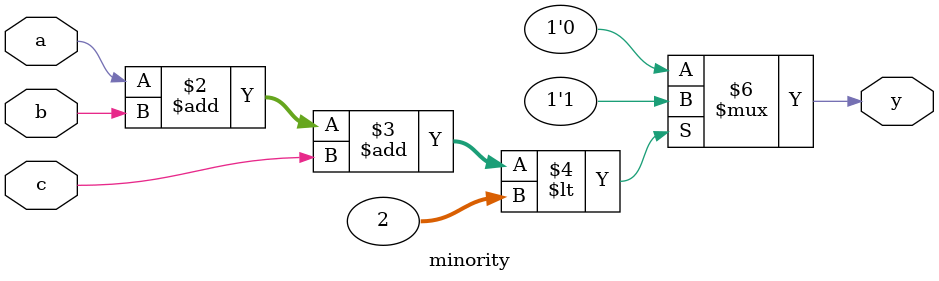
<source format=sv>
module minority(
  input logic a, b, c,
  output logic y
);

always_comb begin
  if ((a + b + c) < 2) y = 1;
  else y = 0;
end // always_comb
endmodule // minority

</source>
